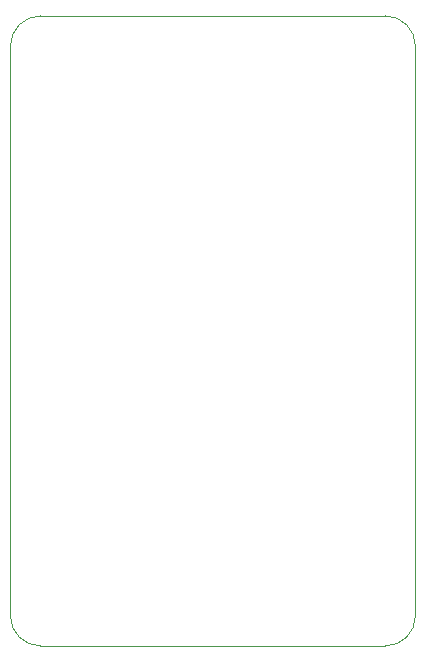
<source format=gbr>
%TF.GenerationSoftware,KiCad,Pcbnew,(5.1.10)-1*%
%TF.CreationDate,2022-03-27T02:24:56-07:00*%
%TF.ProjectId,RC_car,52435f63-6172-42e6-9b69-6361645f7063,rev?*%
%TF.SameCoordinates,Original*%
%TF.FileFunction,Profile,NP*%
%FSLAX46Y46*%
G04 Gerber Fmt 4.6, Leading zero omitted, Abs format (unit mm)*
G04 Created by KiCad (PCBNEW (5.1.10)-1) date 2022-03-27 02:24:56*
%MOMM*%
%LPD*%
G01*
G04 APERTURE LIST*
%TA.AperFunction,Profile*%
%ADD10C,0.050000*%
%TD*%
G04 APERTURE END LIST*
D10*
X144780000Y-121920000D02*
X173990000Y-121920000D01*
X176530000Y-119380000D02*
G75*
G02*
X173990000Y-121920000I-2540000J0D01*
G01*
X144780000Y-121920000D02*
G75*
G02*
X142240000Y-119380000I0J2540000D01*
G01*
X142240000Y-71120000D02*
G75*
G02*
X144780000Y-68580000I2540000J0D01*
G01*
X173990000Y-68580000D02*
G75*
G02*
X176530000Y-71120000I0J-2540000D01*
G01*
X173990000Y-68580000D02*
X144780000Y-68580000D01*
X176530000Y-119380000D02*
X176530000Y-71120000D01*
X142240000Y-71120000D02*
X142240000Y-119380000D01*
M02*

</source>
